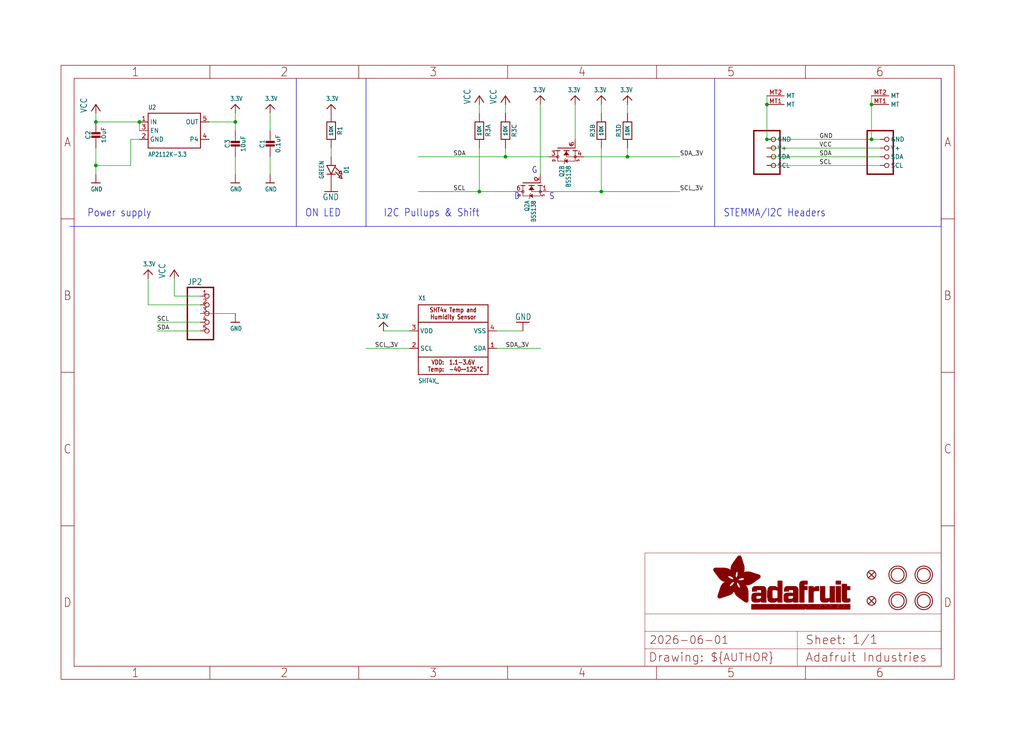
<source format=kicad_sch>
(kicad_sch (version 20230121) (generator eeschema)
  (paper "User" 298.45 217.322)
  (lib_symbols
    (symbol "working-eagle-import:3.3V" (power)
      (property "Value" "3.3V" (at -1.524 1.016 0))
      (symbol "3.3V_1_0"
        (pin power_in line (at 0 -2.54 90) (length 2.54) (name "3.3V") (number "1"))
      )
    )
    (symbol "working-eagle-import:CAP_CERAMIC0603_NO"
      (property "Reference" "C" (at -2.29 1.25 90))
      (symbol "CAP_CERAMIC0603_NO_1_0"
        (pin passive line (at 0 5.08 270) (length 2.54) (name "1") (number "1"))
        (pin passive line (at 0 -2.54 90) (length 2.54) (name "2") (number "2"))
      )
    )
    (symbol "working-eagle-import:CAP_CERAMIC0805-NOOUTLINE"
      (property "Reference" "C" (at -2.29 1.25 90))
      (symbol "CAP_CERAMIC0805-NOOUTLINE_1_0"
        (pin passive line (at 0 5.08 270) (length 2.54) (name "1") (number "1"))
        (pin passive line (at 0 -2.54 90) (length 2.54) (name "2") (number "2"))
      )
    )
    (symbol "working-eagle-import:FIDUCIAL_1MM")
    (symbol "working-eagle-import:FRAME_A4_ADAFRUIT"
      (symbol "FRAME_A4_ADAFRUIT_1_0"
        (text "${#}/${##}" (at 230.505 10.16 0) (effects (font (size 2.54 2.54)) (justify left bottom)))
        (text "${AUTHOR}" (at 189.23 5.08 0) (effects (font (size 2.286 2.286)) (justify left bottom)))
        (text "${CURRENT_DATE}" (at 171.45 10.16 0) (effects (font (size 2.286 2.286)) (justify left bottom)))
        (text "${PROJECTNAME}" (at 171.45 15.24 0) (effects (font (size 2.54 2.54)) (justify left bottom)))
        (text "1" (at 21.6958 1.905 0) (effects (font (size 2.54 2.286))))
        (text "1" (at 21.6958 177.165 0) (effects (font (size 2.54 2.286))))
        (text "2" (at 65.0875 1.905 0) (effects (font (size 2.54 2.286))))
        (text "2" (at 65.0875 177.165 0) (effects (font (size 2.54 2.286))))
        (text "3" (at 108.4792 1.905 0) (effects (font (size 2.54 2.286))))
        (text "3" (at 108.4792 177.165 0) (effects (font (size 2.54 2.286))))
        (text "4" (at 151.8708 1.905 0) (effects (font (size 2.54 2.286))))
        (text "4" (at 151.8708 177.165 0) (effects (font (size 2.54 2.286))))
        (text "5" (at 195.2625 1.905 0) (effects (font (size 2.54 2.286))))
        (text "5" (at 195.2625 177.165 0) (effects (font (size 2.54 2.286))))
        (text "6" (at 238.6542 1.905 0) (effects (font (size 2.54 2.286))))
        (text "6" (at 238.6542 177.165 0) (effects (font (size 2.54 2.286))))
        (text "A" (at 1.905 156.6863 0) (effects (font (size 2.54 2.286))))
        (text "A" (at 258.445 156.6863 0) (effects (font (size 2.54 2.286))))
        (text "Adafruit Industries" (at 216.916 4.953 0) (effects (font (size 2.54 2.54)) (justify left bottom)))
        (text "B" (at 1.905 111.9188 0) (effects (font (size 2.54 2.286))))
        (text "B" (at 258.445 111.9188 0) (effects (font (size 2.54 2.286))))
        (text "C" (at 1.905 67.1513 0) (effects (font (size 2.54 2.286))))
        (text "C" (at 258.445 67.1513 0) (effects (font (size 2.54 2.286))))
        (text "D" (at 1.905 22.3838 0) (effects (font (size 2.54 2.286))))
        (text "D" (at 258.445 22.3838 0) (effects (font (size 2.54 2.286))))
        (text "Drawing:" (at 171.196 4.953 0) (effects (font (size 2.54 2.54)) (justify left bottom)))
        (text "Sheet:" (at 216.916 10.033 0) (effects (font (size 2.54 2.54)) (justify left bottom)))
      )
    )
    (symbol "working-eagle-import:GND" (power)
      (property "Value" "GND" (at -1.524 -2.54 0))
      (symbol "GND_1_0"
        (pin power_in line (at 0 2.54 270) (length 2.54) (name "GND") (number "1"))
      )
    )
    (symbol "working-eagle-import:HEADER-1X570MIL"
      (property "Reference" "JP" (at -6.35 8.255 0))
      (symbol "HEADER-1X570MIL_1_0"
        (pin passive inverted (at -2.54 5.08 0) (length 2.54) (name "1") (number "1"))
        (pin passive inverted (at -2.54 2.54 0) (length 2.54) (name "2") (number "2"))
        (pin passive inverted (at -2.54 0 0) (length 2.54) (name "3") (number "3"))
        (pin passive inverted (at -2.54 -2.54 0) (length 2.54) (name "4") (number "4"))
        (pin passive inverted (at -2.54 -5.08 0) (length 2.54) (name "5") (number "5"))
      )
    )
    (symbol "working-eagle-import:LED0603_NOOUTLINE"
      (property "Reference" "D" (at -1.27 4.445 0))
      (symbol "LED0603_NOOUTLINE_1_0"
        (pin passive line (at -5.08 0 0) (length 2.54) (name "A") (number "A"))
        (pin passive line (at 2.54 0 180) (length 2.54) (name "C") (number "C"))
      )
    )
    (symbol "working-eagle-import:MOSFET-N_DUAL"
      (property "Reference" "Q" (at 5.08 0.635 0))
      (symbol "MOSFET-N_DUAL_1_0"
        (text "D" (at 3.175 3.175 0) (effects (font (size 0.8128 0.6908)) (justify left bottom)))
        (text "G" (at -1.27 -1.905 0) (effects (font (size 0.8128 0.6908)) (justify left bottom)))
        (text "S" (at 3.175 -3.81 0) (effects (font (size 0.8128 0.6908)) (justify left bottom)))
        (pin bidirectional line (at 2.54 -5.08 90) (length 2.54) (name "S") (number "1"))
        (pin bidirectional line (at -2.54 -2.54 0) (length 2.54) (name "G") (number "2"))
        (pin bidirectional line (at 2.54 5.08 270) (length 2.54) (name "D") (number "6"))
      )
      (symbol "MOSFET-N_DUAL_2_0"
        (text "D" (at 3.175 3.175 0) (effects (font (size 0.8128 0.6908)) (justify left bottom)))
        (text "G" (at -1.27 -1.905 0) (effects (font (size 0.8128 0.6908)) (justify left bottom)))
        (text "S" (at 3.175 -3.81 0) (effects (font (size 0.8128 0.6908)) (justify left bottom)))
        (pin bidirectional line (at 2.54 5.08 270) (length 2.54) (name "D") (number "3"))
        (pin bidirectional line (at 2.54 -5.08 90) (length 2.54) (name "S") (number "4"))
        (pin bidirectional line (at -2.54 -2.54 0) (length 2.54) (name "G") (number "5"))
      )
    )
    (symbol "working-eagle-import:MOUNTINGHOLE2.5")
    (symbol "working-eagle-import:RESISTOR_0603_NOOUT"
      (property "Reference" "R" (at 0 2.54 0))
      (symbol "RESISTOR_0603_NOOUT_1_0"
        (pin passive line (at -5.08 0 0) (length 2.54) (name "1") (number "1"))
        (pin passive line (at 5.08 0 180) (length 2.54) (name "2") (number "2"))
      )
    )
    (symbol "working-eagle-import:RESISTOR_4PACK"
      (property "Reference" "R" (at 0 2.54 0))
      (symbol "RESISTOR_4PACK_1_0"
        (pin passive line (at -5.08 0 0) (length 2.54) (name "1") (number "1"))
        (pin passive line (at 5.08 0 180) (length 2.54) (name "2") (number "8"))
      )
      (symbol "RESISTOR_4PACK_2_0"
        (pin passive line (at -5.08 0 0) (length 2.54) (name "1") (number "2"))
        (pin passive line (at 5.08 0 180) (length 2.54) (name "2") (number "7"))
      )
      (symbol "RESISTOR_4PACK_3_0"
        (pin passive line (at -5.08 0 0) (length 2.54) (name "1") (number "3"))
        (pin passive line (at 5.08 0 180) (length 2.54) (name "2") (number "6"))
      )
      (symbol "RESISTOR_4PACK_4_0"
        (pin passive line (at -5.08 0 0) (length 2.54) (name "1") (number "4"))
        (pin passive line (at 5.08 0 180) (length 2.54) (name "2") (number "5"))
      )
    )
    (symbol "working-eagle-import:SHT4X_"
      (property "Reference" "X" (at -10.16 11.43 0))
      (symbol "SHT4X__1_0"
        (text "1.1-3.6V\n-40~~125°C" (at -1.27 -7.62 0) (effects (font (size 1.27 1.0795) (thickness 0.2159) bold) (justify left)))
        (text "SHT4x Temp and\nHumidity Sensor" (at 0 7.62 0) (effects (font (size 1.27 1.0795) (thickness 0.2159) bold)))
        (text "VDD:\nTemp:" (at -2.54 -7.62 0) (effects (font (size 1.27 1.0795) (thickness 0.2159) bold) (justify right)))
        (pin bidirectional line (at 12.7 -2.54 180) (length 2.54) (name "SDA") (number "1"))
        (pin bidirectional line (at -12.7 -2.54 0) (length 2.54) (name "SCL") (number "2"))
        (pin power_in line (at -12.7 2.54 0) (length 2.54) (name "VDD") (number "3"))
        (pin power_in line (at 12.7 2.54 180) (length 2.54) (name "VSS") (number "4"))
      )
    )
    (symbol "working-eagle-import:STEMMA_I2C_QT"
      (symbol "STEMMA_I2C_QT_1_0"
        (pin passive inverted (at 0 5.08 0) (length 2.54) (name "GND") (number "1"))
        (pin passive inverted (at 0 2.54 0) (length 2.54) (name "V+") (number "2"))
        (pin passive inverted (at 0 0 0) (length 2.54) (name "SDA") (number "3"))
        (pin passive inverted (at 0 -2.54 0) (length 2.54) (name "SCL") (number "4"))
      )
      (symbol "STEMMA_I2C_QT_2_0"
        (pin bidirectional line (at 0 0 0) (length 5.08) (name "MT") (number "MT1"))
      )
      (symbol "STEMMA_I2C_QT_3_0"
        (pin bidirectional line (at 0 0 0) (length 5.08) (name "MT") (number "MT2"))
      )
    )
    (symbol "working-eagle-import:VCC" (power)
      (property "Value" "VCC" (at -2.54 -2.54 90))
      (symbol "VCC_1_0"
        (pin power_in line (at 0 -2.54 90) (length 2.54) (name "VCC") (number "1"))
      )
    )
    (symbol "working-eagle-import:VREG_SOT23-5"
      (property "Reference" "U" (at -7.62 6.096 0))
      (symbol "VREG_SOT23-5_1_0"
        (pin power_in line (at -10.16 2.54 0) (length 2.54) (name "IN") (number "1"))
        (pin power_in line (at -10.16 -2.54 0) (length 2.54) (name "GND") (number "2"))
        (pin input line (at -10.16 0 0) (length 2.54) (name "EN") (number "3"))
        (pin bidirectional line (at 10.16 -2.54 180) (length 2.54) (name "P4") (number "4"))
        (pin power_in line (at 10.16 2.54 180) (length 2.54) (name "OUT") (number "5"))
      )
    )
    (symbol "working-eagle-import:supply1_GND" (power)
      (property "Value" "supply1_GND" (at -2.54 -2.54 0))
      (symbol "supply1_GND_1_0"
        (pin power_in line (at 0 2.54 270) (length 2.54) (name "GND") (number "1"))
      )
    )
  )
  (junction (at 139.7 55.88))
  (junction (at 254 30.48))
  (junction (at 254 40.64))
  (junction (at 182.88 45.72))
  (junction (at 175.26 55.88))
  (junction (at 147.32 45.72))
  (junction (at 223.52 40.64))
  (junction (at 223.52 30.48))
  (junction (at 27.94 48.26))
  (junction (at 40.64 35.56))
  (junction (at 68.58 35.56))
  (junction (at 27.94 35.56))
  (polyline (pts (xy 208.28 22.86) (xy 208.28 66.04)) (stroke (width 0.1524) (type solid)))
  (polyline (pts (xy 274.32 22.86) (xy 274.32 66.04)) (stroke (width 0.1524) (type solid)))
  (wire (pts (xy 223.52 43.18) (xy 256.54 43.18)) (stroke (width 0.1524)))
  (wire (pts (xy 175.26 33.02) (xy 175.26 30.48)) (stroke (width 0.1524)))
  (wire (pts (xy 111.76 96.52) (xy 119.38 96.52)) (stroke (width 0.1524)))
  (wire (pts (xy 27.94 48.26) (xy 27.94 50.8)) (stroke (width 0.1524)))
  (wire (pts (xy 38.1 48.26) (xy 27.94 48.26)) (stroke (width 0.1524)))
  (polyline (pts (xy 86.36 66.04) (xy 106.68 66.04)) (stroke (width 0.1524) (type solid)))
  (wire (pts (xy 170.18 45.72) (xy 182.88 45.72)) (stroke (width 0.1524)))
  (wire (pts (xy 167.64 40.64) (xy 167.64 30.48)) (stroke (width 0.1524)))
  (wire (pts (xy 38.1 40.64) (xy 38.1 48.26)) (stroke (width 0.1524)))
  (wire (pts (xy 254 40.64) (xy 223.52 40.64)) (stroke (width 0.1524)))
  (wire (pts (xy 139.7 43.18) (xy 139.7 55.88)) (stroke (width 0.1524)))
  (wire (pts (xy 182.88 33.02) (xy 182.88 30.48)) (stroke (width 0.1524)))
  (wire (pts (xy 119.38 101.6) (xy 106.68 101.6)) (stroke (width 0.1524)))
  (wire (pts (xy 68.58 45.72) (xy 68.58 50.8)) (stroke (width 0.1524)))
  (wire (pts (xy 254 27.94) (xy 254 30.48)) (stroke (width 0.1524)))
  (wire (pts (xy 147.32 43.18) (xy 147.32 45.72)) (stroke (width 0.1524)))
  (wire (pts (xy 157.48 50.8) (xy 157.48 30.48)) (stroke (width 0.1524)))
  (polyline (pts (xy 106.68 22.86) (xy 106.68 66.04)) (stroke (width 0.1524) (type solid)))
  (wire (pts (xy 175.26 55.88) (xy 198.12 55.88)) (stroke (width 0.1524)))
  (wire (pts (xy 147.32 33.02) (xy 147.32 30.48)) (stroke (width 0.1524)))
  (wire (pts (xy 40.64 35.56) (xy 27.94 35.56)) (stroke (width 0.1524)))
  (wire (pts (xy 256.54 40.64) (xy 254 40.64)) (stroke (width 0.1524)))
  (wire (pts (xy 27.94 33.02) (xy 27.94 35.56)) (stroke (width 0.1524)))
  (polyline (pts (xy 106.68 66.04) (xy 208.28 66.04)) (stroke (width 0.1524) (type solid)))
  (polyline (pts (xy 20.32 66.04) (xy 86.36 66.04)) (stroke (width 0.1524) (type solid)))
  (wire (pts (xy 139.7 55.88) (xy 121.92 55.88)) (stroke (width 0.1524)))
  (wire (pts (xy 58.42 88.9) (xy 43.18 88.9)) (stroke (width 0.1524)))
  (wire (pts (xy 149.86 55.88) (xy 139.7 55.88)) (stroke (width 0.1524)))
  (wire (pts (xy 58.42 91.44) (xy 68.58 91.44)) (stroke (width 0.1524)))
  (wire (pts (xy 223.52 48.26) (xy 256.54 48.26)) (stroke (width 0.1524)))
  (wire (pts (xy 256.54 45.72) (xy 223.52 45.72)) (stroke (width 0.1524)))
  (wire (pts (xy 78.74 45.72) (xy 78.74 50.8)) (stroke (width 0.1524)))
  (wire (pts (xy 40.64 38.1) (xy 40.64 35.56)) (stroke (width 0.1524)))
  (wire (pts (xy 96.52 45.72) (xy 96.52 43.18)) (stroke (width 0.1524)))
  (wire (pts (xy 68.58 35.56) (xy 68.58 38.1)) (stroke (width 0.1524)))
  (polyline (pts (xy 208.28 66.04) (xy 274.32 66.04)) (stroke (width 0.1524) (type solid)))
  (wire (pts (xy 182.88 45.72) (xy 198.12 45.72)) (stroke (width 0.1524)))
  (wire (pts (xy 139.7 30.48) (xy 139.7 33.02)) (stroke (width 0.1524)))
  (wire (pts (xy 223.52 30.48) (xy 223.52 40.64)) (stroke (width 0.1524)))
  (wire (pts (xy 182.88 43.18) (xy 182.88 45.72)) (stroke (width 0.1524)))
  (wire (pts (xy 223.52 27.94) (xy 223.52 30.48)) (stroke (width 0.1524)))
  (wire (pts (xy 152.4 96.52) (xy 144.78 96.52)) (stroke (width 0.1524)))
  (wire (pts (xy 175.26 43.18) (xy 175.26 55.88)) (stroke (width 0.1524)))
  (wire (pts (xy 147.32 45.72) (xy 121.92 45.72)) (stroke (width 0.1524)))
  (wire (pts (xy 160.02 45.72) (xy 147.32 45.72)) (stroke (width 0.1524)))
  (wire (pts (xy 144.78 101.6) (xy 157.48 101.6)) (stroke (width 0.1524)))
  (wire (pts (xy 50.8 86.36) (xy 50.8 81.28)) (stroke (width 0.1524)))
  (polyline (pts (xy 86.36 22.86) (xy 86.36 66.04)) (stroke (width 0.1524) (type solid)))
  (wire (pts (xy 68.58 35.56) (xy 68.58 33.02)) (stroke (width 0.1524)))
  (wire (pts (xy 78.74 33.02) (xy 78.74 38.1)) (stroke (width 0.1524)))
  (wire (pts (xy 160.02 55.88) (xy 175.26 55.88)) (stroke (width 0.1524)))
  (wire (pts (xy 58.42 86.36) (xy 50.8 86.36)) (stroke (width 0.1524)))
  (wire (pts (xy 40.64 40.64) (xy 38.1 40.64)) (stroke (width 0.1524)))
  (wire (pts (xy 58.42 93.98) (xy 45.72 93.98)) (stroke (width 0.1524)))
  (wire (pts (xy 60.96 35.56) (xy 68.58 35.56)) (stroke (width 0.1524)))
  (wire (pts (xy 58.42 96.52) (xy 45.72 96.52)) (stroke (width 0.1524)))
  (wire (pts (xy 43.18 88.9) (xy 43.18 81.28)) (stroke (width 0.1524)))
  (wire (pts (xy 27.94 48.26) (xy 27.94 43.18)) (stroke (width 0.1524)))
  (wire (pts (xy 254 30.48) (xy 254 40.64)) (stroke (width 0.1524)))
  (text "S" (at 160.02 58.42 0) (effects (font (size 1.778 1.5113)) (justify left bottom)))
  (text "ON LED" (at 88.9 63.5 0) (effects (font (size 2.1844 1.8567)) (justify left bottom)))
  (text "G" (at 154.94 50.8 0) (effects (font (size 1.778 1.5113)) (justify left bottom)))
  (text "Power supply" (at 25.4 63.5 0) (effects (font (size 2.1844 1.8567)) (justify left bottom)))
  (text "STEMMA/I2C Headers" (at 210.82 63.5 0) (effects (font (size 2.1844 1.8567)) (justify left bottom)))
  (text "I2C Pullups & Shift" (at 111.76 63.5 0) (effects (font (size 2.1844 1.8567)) (justify left bottom)))
  (text "D" (at 149.86 58.42 0) (effects (font (size 1.778 1.5113)) (justify left bottom)))
  (label "VCC" (at 238.76 43.18 0) (effects (font (size 1.2446 1.2446))))
  (label "SDA" (at 45.72 96.52 0) (effects (font (size 1.2446 1.2446))))
  (label "SDA_3V" (at 147.32 101.6 0) (effects (font (size 1.2446 1.2446))))
  (label "SDA_3V" (at 198.12 45.72 0) (effects (font (size 1.2446 1.2446))))
  (label "SCL" (at 45.72 93.98 0) (effects (font (size 1.2446 1.2446))))
  (label "GND" (at 238.76 40.64 0) (effects (font (size 1.2446 1.2446))))
  (label "SCL_3V" (at 109.22 101.6 0) (effects (font (size 1.2446 1.2446))))
  (label "SDA" (at 132.08 45.72 0) (effects (font (size 1.2446 1.2446))))
  (label "SCL_3V" (at 198.12 55.88 0) (effects (font (size 1.2446 1.2446))))
  (label "SCL" (at 238.76 48.26 0) (effects (font (size 1.2446 1.2446))))
  (label "SDA" (at 238.76 45.72 0) (effects (font (size 1.2446 1.2446))))
  (label "SCL" (at 132.08 55.88 0) (effects (font (size 1.2446 1.2446))))
  (symbol (lib_id "working-eagle-import:GND") (at 68.58 93.98 0) (unit 1)
    (property "Reference" "#U$10" (effects hide))
    (property "Value" "GND" (at 67.056 96.52 0) (effects (font (size 1.27 1.0795)) (justify left bottom)))
  )
  (symbol (lib_id "working-eagle-import:STEMMA_I2C_QT") (at 256.54 45.72 0) (unit 1)
    (property "Reference" "CONN4" (effects hide))
    (property "Value" "STEMMA_I2C_QT" (effects hide))
    (property "Footprint" "working:JST_SH4" (effects hide))
  )
  (symbol (lib_id "working-eagle-import:3.3V") (at 43.18 78.74 0) (unit 1)
    (property "Reference" "#U$16" (effects hide))
    (property "Value" "3.3V" (at 41.656 77.724 0) (effects (font (size 1.27 1.0795)) (justify left bottom)))
  )
  (symbol (lib_id "working-eagle-import:supply1_GND") (at 96.52 55.88 0) (unit 1)
    (property "Reference" "#GND6" (effects hide))
    (property "Value" "GND" (at 93.98 58.42 0) (effects (font (size 1.778 1.5113)) (justify left bottom)))
  )
  (symbol (lib_id "working-eagle-import:LED0603_NOOUTLINE") (at 96.52 50.8 270) (unit 1)
    (property "Reference" "D1" (at 100.965 49.53 0) (effects (font (size 1.27 1.0795))))
    (property "Value" "GREEN" (at 93.726 49.53 0) (effects (font (size 1.27 1.0795))))
    (property "Footprint" "working:CHIPLED_0603_NOOUTLINE" (effects hide))
  )
  (symbol (lib_id "working-eagle-import:RESISTOR_4PACK") (at 175.26 38.1 90) (mirror x) (unit 2)
    (property "Reference" "R3" (at 172.72 38.1 0))
    (property "Value" "10K" (at 175.26 38.1 0) (effects (font (size 1.016 1.016) bold)))
    (property "Footprint" "working:RESPACK_4X0603" (effects hide))
  )
  (symbol (lib_id "working-eagle-import:3.3V") (at 111.76 93.98 0) (mirror y) (unit 1)
    (property "Reference" "#U$2" (effects hide))
    (property "Value" "3.3V" (at 113.284 92.964 0) (effects (font (size 1.27 1.0795)) (justify left bottom)))
  )
  (symbol (lib_id "working-eagle-import:VCC") (at 147.32 27.94 0) (unit 1)
    (property "Reference" "#P+2" (effects hide))
    (property "Value" "VCC" (at 144.78 30.48 90) (effects (font (size 1.778 1.5113)) (justify left bottom)))
  )
  (symbol (lib_id "working-eagle-import:3.3V") (at 78.74 30.48 0) (unit 1)
    (property "Reference" "#U$14" (effects hide))
    (property "Value" "3.3V" (at 77.216 29.464 0) (effects (font (size 1.27 1.0795)) (justify left bottom)))
  )
  (symbol (lib_id "working-eagle-import:3.3V") (at 167.64 27.94 0) (mirror y) (unit 1)
    (property "Reference" "#U$23" (effects hide))
    (property "Value" "3.3V" (at 169.164 26.924 0) (effects (font (size 1.27 1.0795)) (justify left bottom)))
  )
  (symbol (lib_id "working-eagle-import:HEADER-1X570MIL") (at 60.96 91.44 0) (unit 1)
    (property "Reference" "JP2" (at 54.61 83.185 0) (effects (font (size 1.778 1.5113)) (justify left bottom)))
    (property "Value" "HEADER-1X570MIL" (effects hide))
    (property "Footprint" "working:1X05_ROUND_70" (effects hide))
  )
  (symbol (lib_id "working-eagle-import:FIDUCIAL_1MM") (at 254 175.26 0) (unit 1)
    (property "Reference" "FID3" (effects hide))
    (property "Value" "FIDUCIAL_1MM" (effects hide))
    (property "Footprint" "working:FIDUCIAL_1MM" (effects hide))
  )
  (symbol (lib_id "working-eagle-import:STEMMA_I2C_QT") (at 223.52 30.48 0) (unit 2)
    (property "Reference" "CONN3" (effects hide))
    (property "Value" "STEMMA_I2C_QT" (effects hide))
    (property "Footprint" "working:JST_SH4" (effects hide))
  )
  (symbol (lib_id "working-eagle-import:GND") (at 78.74 53.34 0) (unit 1)
    (property "Reference" "#U$6" (effects hide))
    (property "Value" "GND" (at 77.216 55.88 0) (effects (font (size 1.27 1.0795)) (justify left bottom)))
  )
  (symbol (lib_id "working-eagle-import:3.3V") (at 96.52 30.48 0) (unit 1)
    (property "Reference" "#U$3" (effects hide))
    (property "Value" "3.3V" (at 94.996 29.464 0) (effects (font (size 1.27 1.0795)) (justify left bottom)))
  )
  (symbol (lib_id "working-eagle-import:VCC") (at 139.7 27.94 0) (unit 1)
    (property "Reference" "#P+1" (effects hide))
    (property "Value" "VCC" (at 137.16 30.48 90) (effects (font (size 1.778 1.5113)) (justify left bottom)))
  )
  (symbol (lib_id "working-eagle-import:MOSFET-N_DUAL") (at 165.1 43.18 90) (mirror x) (unit 2)
    (property "Reference" "Q2" (at 164.465 48.26 0) (effects (font (size 1.27 1.0795)) (justify left bottom)))
    (property "Value" "BSS138" (at 166.37 48.26 0) (effects (font (size 1.27 1.0795)) (justify left bottom)))
    (property "Footprint" "working:SOT363" (effects hide))
  )
  (symbol (lib_id "working-eagle-import:RESISTOR_4PACK") (at 147.32 38.1 270) (unit 3)
    (property "Reference" "R3" (at 149.86 38.1 0))
    (property "Value" "10K" (at 147.32 38.1 0) (effects (font (size 1.016 1.016) bold)))
    (property "Footprint" "working:RESPACK_4X0603" (effects hide))
  )
  (symbol (lib_id "working-eagle-import:supply1_GND") (at 152.4 93.98 180) (unit 1)
    (property "Reference" "#GND1" (effects hide))
    (property "Value" "GND" (at 154.94 91.44 0) (effects (font (size 1.778 1.5113)) (justify left bottom)))
  )
  (symbol (lib_id "working-eagle-import:VCC") (at 27.94 30.48 0) (unit 1)
    (property "Reference" "#P+3" (effects hide))
    (property "Value" "VCC" (at 25.4 33.02 90) (effects (font (size 1.778 1.5113)) (justify left bottom)))
  )
  (symbol (lib_id "working-eagle-import:VREG_SOT23-5") (at 50.8 38.1 0) (unit 1)
    (property "Reference" "U2" (at 43.18 32.004 0) (effects (font (size 1.27 1.0795)) (justify left bottom)))
    (property "Value" "AP2112K-3.3" (at 43.18 45.72 0) (effects (font (size 1.27 1.0795)) (justify left bottom)))
    (property "Footprint" "working:SOT23-5" (effects hide))
  )
  (symbol (lib_id "working-eagle-import:RESISTOR_4PACK") (at 139.7 38.1 270) (unit 1)
    (property "Reference" "R3" (at 142.24 38.1 0))
    (property "Value" "10K" (at 139.7 38.1 0) (effects (font (size 1.016 1.016) bold)))
    (property "Footprint" "working:RESPACK_4X0603" (effects hide))
  )
  (symbol (lib_id "working-eagle-import:RESISTOR_4PACK") (at 182.88 38.1 90) (mirror x) (unit 4)
    (property "Reference" "R3" (at 180.34 38.1 0))
    (property "Value" "10K" (at 182.88 38.1 0) (effects (font (size 1.016 1.016) bold)))
    (property "Footprint" "working:RESPACK_4X0603" (effects hide))
  )
  (symbol (lib_id "working-eagle-import:MOUNTINGHOLE2.5") (at 269.24 175.26 0) (unit 1)
    (property "Reference" "U$21" (effects hide))
    (property "Value" "MOUNTINGHOLE2.5" (effects hide))
    (property "Footprint" "working:MOUNTINGHOLE_2.5_PLATED" (effects hide))
  )
  (symbol (lib_id "working-eagle-import:CAP_CERAMIC0805-NOOUTLINE") (at 68.58 43.18 0) (unit 1)
    (property "Reference" "C3" (at 66.29 41.93 90))
    (property "Value" "10uF" (at 70.88 41.93 90))
    (property "Footprint" "working:0805-NO" (effects hide))
  )
  (symbol (lib_id "working-eagle-import:CAP_CERAMIC0603_NO") (at 78.74 43.18 0) (unit 1)
    (property "Reference" "C1" (at 76.45 41.93 90))
    (property "Value" "0.1uF" (at 81.04 41.93 90))
    (property "Footprint" "working:0603-NO" (effects hide))
  )
  (symbol (lib_id "working-eagle-import:MOUNTINGHOLE2.5") (at 261.62 175.26 0) (unit 1)
    (property "Reference" "U$1" (effects hide))
    (property "Value" "MOUNTINGHOLE2.5" (effects hide))
    (property "Footprint" "working:MOUNTINGHOLE_2.5_PLATED" (effects hide))
  )
  (symbol (lib_id "working-eagle-import:MOUNTINGHOLE2.5") (at 261.62 167.64 0) (unit 1)
    (property "Reference" "U$17" (effects hide))
    (property "Value" "MOUNTINGHOLE2.5" (effects hide))
    (property "Footprint" "working:MOUNTINGHOLE_2.5_PLATED" (effects hide))
  )
  (symbol (lib_id "working-eagle-import:STEMMA_I2C_QT") (at 223.52 45.72 0) (unit 1)
    (property "Reference" "CONN3" (effects hide))
    (property "Value" "STEMMA_I2C_QT" (effects hide))
    (property "Footprint" "working:JST_SH4" (effects hide))
  )
  (symbol (lib_id "working-eagle-import:STEMMA_I2C_QT") (at 254 27.94 0) (unit 3)
    (property "Reference" "CONN4" (effects hide))
    (property "Value" "STEMMA_I2C_QT" (effects hide))
    (property "Footprint" "working:JST_SH4" (effects hide))
  )
  (symbol (lib_id "working-eagle-import:RESISTOR_0603_NOOUT") (at 96.52 38.1 270) (unit 1)
    (property "Reference" "R1" (at 99.06 38.1 0))
    (property "Value" "10K" (at 96.52 38.1 0) (effects (font (size 1.016 1.016) bold)))
    (property "Footprint" "working:0603-NO" (effects hide))
  )
  (symbol (lib_id "working-eagle-import:3.3V") (at 157.48 27.94 0) (mirror y) (unit 1)
    (property "Reference" "#U$26" (effects hide))
    (property "Value" "3.3V" (at 159.004 26.924 0) (effects (font (size 1.27 1.0795)) (justify left bottom)))
  )
  (symbol (lib_id "working-eagle-import:3.3V") (at 68.58 30.48 0) (unit 1)
    (property "Reference" "#U$15" (effects hide))
    (property "Value" "3.3V" (at 67.056 29.464 0) (effects (font (size 1.27 1.0795)) (justify left bottom)))
  )
  (symbol (lib_id "working-eagle-import:FIDUCIAL_1MM") (at 254 167.64 0) (unit 1)
    (property "Reference" "FID4" (effects hide))
    (property "Value" "FIDUCIAL_1MM" (effects hide))
    (property "Footprint" "working:FIDUCIAL_1MM" (effects hide))
  )
  (symbol (lib_id "working-eagle-import:SHT4X_") (at 132.08 99.06 0) (unit 1)
    (property "Reference" "X1" (at 121.92 87.63 0) (effects (font (size 1.27 1.0795)) (justify left bottom)))
    (property "Value" "SHT4X_" (at 121.92 111.76 0) (effects (font (size 1.27 1.0795)) (justify left bottom)))
    (property "Footprint" "working:SHT4X" (effects hide))
  )
  (symbol (lib_id "working-eagle-import:MOSFET-N_DUAL") (at 154.94 53.34 90) (mirror x) (unit 1)
    (property "Reference" "Q2" (at 154.305 58.42 0) (effects (font (size 1.27 1.0795)) (justify left bottom)))
    (property "Value" "BSS138" (at 156.21 58.42 0) (effects (font (size 1.27 1.0795)) (justify left bottom)))
    (property "Footprint" "working:SOT363" (effects hide))
  )
  (symbol (lib_id "working-eagle-import:STEMMA_I2C_QT") (at 223.52 27.94 0) (unit 3)
    (property "Reference" "CONN3" (effects hide))
    (property "Value" "STEMMA_I2C_QT" (effects hide))
    (property "Footprint" "working:JST_SH4" (effects hide))
  )
  (symbol (lib_id "working-eagle-import:3.3V") (at 175.26 27.94 0) (mirror y) (unit 1)
    (property "Reference" "#U$24" (effects hide))
    (property "Value" "3.3V" (at 176.784 26.924 0) (effects (font (size 1.27 1.0795)) (justify left bottom)))
  )
  (symbol (lib_id "working-eagle-import:STEMMA_I2C_QT") (at 254 30.48 0) (unit 2)
    (property "Reference" "CONN4" (effects hide))
    (property "Value" "STEMMA_I2C_QT" (effects hide))
    (property "Footprint" "working:JST_SH4" (effects hide))
  )
  (symbol (lib_id "working-eagle-import:GND") (at 68.58 53.34 0) (unit 1)
    (property "Reference" "#U$5" (effects hide))
    (property "Value" "GND" (at 67.056 55.88 0) (effects (font (size 1.27 1.0795)) (justify left bottom)))
  )
  (symbol (lib_id "working-eagle-import:GND") (at 27.94 53.34 0) (unit 1)
    (property "Reference" "#U$13" (effects hide))
    (property "Value" "GND" (at 26.416 55.88 0) (effects (font (size 1.27 1.0795)) (justify left bottom)))
  )
  (symbol (lib_id "working-eagle-import:CAP_CERAMIC0805-NOOUTLINE") (at 27.94 40.64 0) (unit 1)
    (property "Reference" "C2" (at 25.65 39.39 90))
    (property "Value" "10uF" (at 30.24 39.39 90))
    (property "Footprint" "working:0805-NO" (effects hide))
  )
  (symbol (lib_id "working-eagle-import:VCC") (at 50.8 78.74 0) (unit 1)
    (property "Reference" "#P+4" (effects hide))
    (property "Value" "VCC" (at 48.26 81.28 90) (effects (font (size 1.778 1.5113)) (justify left bottom)))
  )
  (symbol (lib_id "working-eagle-import:MOUNTINGHOLE2.5") (at 269.24 167.64 0) (unit 1)
    (property "Reference" "U$19" (effects hide))
    (property "Value" "MOUNTINGHOLE2.5" (effects hide))
    (property "Footprint" "working:MOUNTINGHOLE_2.5_PLATED" (effects hide))
  )
  (symbol (lib_id "working-eagle-import:3.3V") (at 182.88 27.94 0) (mirror y) (unit 1)
    (property "Reference" "#U$7" (effects hide))
    (property "Value" "3.3V" (at 184.404 26.924 0) (effects (font (size 1.27 1.0795)) (justify left bottom)))
  )
  (symbol (lib_id "working-eagle-import:FRAME_A4_ADAFRUIT") (at 17.78 198.12 0) (unit 1)
    (property "Reference" "#U$18" (effects hide))
    (property "Value" "FRAME_A4_ADAFRUIT" (effects hide))
  )
)
</source>
